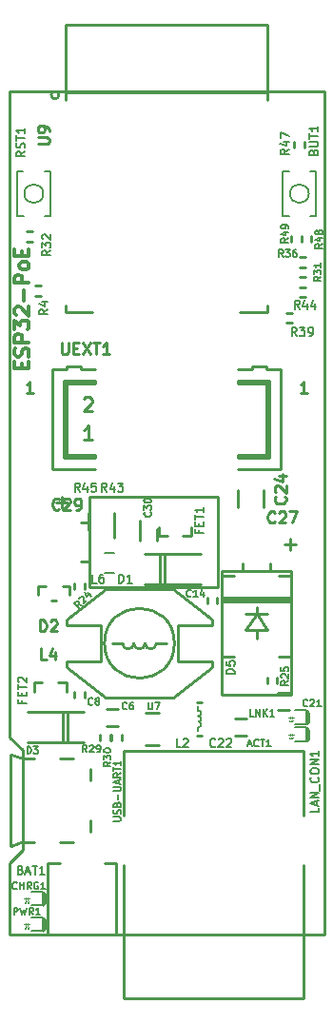
<source format=gbr>
G04 #@! TF.GenerationSoftware,KiCad,Pcbnew,5.1.0-rc1-unknown-9a8afdf~76~ubuntu18.04.1*
G04 #@! TF.CreationDate,2019-02-22T09:22:25+02:00
G04 #@! TF.ProjectId,ESP32-PoE_Rev_C,45535033-322d-4506-9f45-5f5265765f43,C*
G04 #@! TF.SameCoordinates,Original*
G04 #@! TF.FileFunction,Legend,Top*
G04 #@! TF.FilePolarity,Positive*
%FSLAX46Y46*%
G04 Gerber Fmt 4.6, Leading zero omitted, Abs format (unit mm)*
G04 Created by KiCad (PCBNEW 5.1.0-rc1-unknown-9a8afdf~76~ubuntu18.04.1) date 2019-02-22 09:22:25*
%MOMM*%
%LPD*%
G04 APERTURE LIST*
%ADD10C,0.254000*%
%ADD11C,0.304800*%
%ADD12C,0.200000*%
%ADD13C,0.127000*%
%ADD14C,0.100000*%
%ADD15C,0.050000*%
%ADD16C,0.600000*%
%ADD17C,0.190500*%
%ADD18C,0.158750*%
G04 APERTURE END LIST*
D10*
X116622285Y-121998619D02*
X116041714Y-121998619D01*
X116332000Y-121998619D02*
X116332000Y-120982619D01*
X116235238Y-121127761D01*
X116138476Y-121224523D01*
X116041714Y-121272904D01*
X92238285Y-121998619D02*
X91657714Y-121998619D01*
X91948000Y-121998619D02*
X91948000Y-120982619D01*
X91851238Y-121127761D01*
X91754476Y-121224523D01*
X91657714Y-121272904D01*
D11*
X91222285Y-119845666D02*
X91222285Y-119422333D01*
X91887523Y-119240904D02*
X91887523Y-119845666D01*
X90617523Y-119845666D01*
X90617523Y-119240904D01*
X91827047Y-118757095D02*
X91887523Y-118575666D01*
X91887523Y-118273285D01*
X91827047Y-118152333D01*
X91766571Y-118091857D01*
X91645619Y-118031380D01*
X91524666Y-118031380D01*
X91403714Y-118091857D01*
X91343238Y-118152333D01*
X91282761Y-118273285D01*
X91222285Y-118515190D01*
X91161809Y-118636142D01*
X91101333Y-118696619D01*
X90980380Y-118757095D01*
X90859428Y-118757095D01*
X90738476Y-118696619D01*
X90678000Y-118636142D01*
X90617523Y-118515190D01*
X90617523Y-118212809D01*
X90678000Y-118031380D01*
X91887523Y-117487095D02*
X90617523Y-117487095D01*
X90617523Y-117003285D01*
X90678000Y-116882333D01*
X90738476Y-116821857D01*
X90859428Y-116761380D01*
X91040857Y-116761380D01*
X91161809Y-116821857D01*
X91222285Y-116882333D01*
X91282761Y-117003285D01*
X91282761Y-117487095D01*
X90617523Y-116338047D02*
X90617523Y-115551857D01*
X91101333Y-115975190D01*
X91101333Y-115793761D01*
X91161809Y-115672809D01*
X91222285Y-115612333D01*
X91343238Y-115551857D01*
X91645619Y-115551857D01*
X91766571Y-115612333D01*
X91827047Y-115672809D01*
X91887523Y-115793761D01*
X91887523Y-116156619D01*
X91827047Y-116277571D01*
X91766571Y-116338047D01*
X90738476Y-115068047D02*
X90678000Y-115007571D01*
X90617523Y-114886619D01*
X90617523Y-114584238D01*
X90678000Y-114463285D01*
X90738476Y-114402809D01*
X90859428Y-114342333D01*
X90980380Y-114342333D01*
X91161809Y-114402809D01*
X91887523Y-115128523D01*
X91887523Y-114342333D01*
X91403714Y-113798047D02*
X91403714Y-112830428D01*
X91887523Y-112225666D02*
X90617523Y-112225666D01*
X90617523Y-111741857D01*
X90678000Y-111620904D01*
X90738476Y-111560428D01*
X90859428Y-111499952D01*
X91040857Y-111499952D01*
X91161809Y-111560428D01*
X91222285Y-111620904D01*
X91282761Y-111741857D01*
X91282761Y-112225666D01*
X91887523Y-110774238D02*
X91827047Y-110895190D01*
X91766571Y-110955666D01*
X91645619Y-111016142D01*
X91282761Y-111016142D01*
X91161809Y-110955666D01*
X91101333Y-110895190D01*
X91040857Y-110774238D01*
X91040857Y-110592809D01*
X91101333Y-110471857D01*
X91161809Y-110411380D01*
X91282761Y-110350904D01*
X91645619Y-110350904D01*
X91766571Y-110411380D01*
X91827047Y-110471857D01*
X91887523Y-110592809D01*
X91887523Y-110774238D01*
X91222285Y-109806619D02*
X91222285Y-109383285D01*
X91887523Y-109201857D02*
X91887523Y-109806619D01*
X90617523Y-109806619D01*
X90617523Y-109201857D01*
D10*
X90150000Y-163830000D02*
X90150000Y-170150000D01*
X91313000Y-162687000D02*
X90150000Y-163830000D01*
X91313000Y-153797000D02*
X91313000Y-162687000D01*
X90150000Y-152654000D02*
X91313000Y-153797000D01*
X90150000Y-152654000D02*
X90150000Y-95150000D01*
X90150000Y-170150000D02*
X118150000Y-170150000D01*
X90150000Y-95150000D02*
X118150000Y-95150000D01*
X118150000Y-170150000D02*
X118150000Y-95150000D01*
X110891000Y-137882000D02*
X110891000Y-137132000D01*
X113391000Y-137882000D02*
X113391000Y-137132000D01*
X109041000Y-137882000D02*
X115241000Y-137882000D01*
X109041000Y-148882000D02*
X109041000Y-137882000D01*
X115241000Y-148882000D02*
X109041000Y-148882000D01*
X115241000Y-137882000D02*
X115241000Y-148882000D01*
X97242000Y-137005000D02*
X96492000Y-137005000D01*
X97242000Y-133505000D02*
X96492000Y-133505000D01*
X97242000Y-139255000D02*
X97242000Y-131255000D01*
X108742000Y-139255000D02*
X97242000Y-139255000D01*
X108742000Y-131255000D02*
X108742000Y-139255000D01*
X97242000Y-131255000D02*
X108742000Y-131255000D01*
X98653600Y-163842700D02*
X99656900Y-163842700D01*
X93586300Y-163842700D02*
X94640400Y-163842700D01*
X93581220Y-163850320D02*
X93581220Y-170159680D01*
X93581220Y-170159680D02*
X99661980Y-170159680D01*
X99661980Y-170159680D02*
X99661980Y-163842698D01*
X91326000Y-161942000D02*
X91326000Y-154542000D01*
X95826000Y-154542000D02*
X94626000Y-154542000D01*
X97326000Y-156442000D02*
X97326000Y-155442000D01*
X97326000Y-161042000D02*
X97326000Y-160042000D01*
X92326000Y-161942000D02*
X91326000Y-161942000D01*
X90226000Y-162306000D02*
X90226000Y-154178000D01*
X91326000Y-154542000D02*
X92326000Y-154542000D01*
X95826000Y-161942000D02*
X94626000Y-161942000D01*
X90297000Y-162306000D02*
X91313000Y-161925000D01*
X90297000Y-154178000D02*
X91313000Y-154559000D01*
X99327000Y-144272000D02*
X100227000Y-144272000D01*
X103227000Y-144272000D02*
X104127000Y-144272000D01*
X103227000Y-144272000D02*
G75*
G02X102227000Y-144272000I-500000J0D01*
G01*
X101227000Y-144272000D02*
G75*
G02X100227000Y-144272000I-500000J0D01*
G01*
X102227000Y-144272000D02*
G75*
G02X101227000Y-144272000I-500000J0D01*
G01*
X104838270Y-144272000D02*
G75*
G03X104838270Y-144272000I-3111270J0D01*
G01*
X108227000Y-146372000D02*
X104727000Y-149072000D01*
X108227000Y-145872000D02*
X108227000Y-146372000D01*
X105127000Y-145872000D02*
X108227000Y-145872000D01*
X105127000Y-142672000D02*
X105127000Y-145872000D01*
X108227000Y-142672000D02*
X105127000Y-142672000D01*
X108227000Y-142172000D02*
X108227000Y-142672000D01*
X104727000Y-139472000D02*
X108227000Y-142172000D01*
X98727000Y-139472000D02*
X104727000Y-139472000D01*
X95227000Y-142172000D02*
X98727000Y-139472000D01*
X95227000Y-142672000D02*
X95227000Y-142172000D01*
X98327000Y-142672000D02*
X95227000Y-142672000D01*
X98327000Y-145872000D02*
X98327000Y-142672000D01*
X95227000Y-145872000D02*
X98327000Y-145872000D01*
X95227000Y-146372000D02*
X95227000Y-145872000D01*
X98727000Y-149072000D02*
X95227000Y-146372000D01*
X104727000Y-149072000D02*
X98727000Y-149072000D01*
X100331000Y-153846000D02*
X116331000Y-153846000D01*
X116331000Y-153846000D02*
X116331000Y-159616000D01*
X116331000Y-164046000D02*
X116331000Y-175846000D01*
X116331000Y-175846000D02*
X100331000Y-175846000D01*
X100331000Y-175846000D02*
X100331000Y-164046000D01*
X100331000Y-159616000D02*
X100331000Y-153846000D01*
X106861000Y-152503000D02*
X107261000Y-152503000D01*
X106861000Y-149503000D02*
X107261000Y-149503000D01*
D12*
X106961000Y-150753000D02*
G75*
G02X106961000Y-151253000I0J-250000D01*
G01*
X106961000Y-150253000D02*
G75*
G02X106961000Y-150753000I0J-250000D01*
G01*
X106961000Y-151253000D02*
G75*
G02X106961000Y-151753000I0J-250000D01*
G01*
X106911000Y-150253000D02*
X106911000Y-149903000D01*
X106911000Y-151753000D02*
X106911000Y-152103000D01*
D10*
X91948000Y-108521500D02*
X91694000Y-108521500D01*
X91948000Y-108521500D02*
X92202000Y-108521500D01*
X91948000Y-107632500D02*
X92202000Y-107632500D01*
X91948000Y-107632500D02*
X91694000Y-107632500D01*
D13*
X116798738Y-104267000D02*
G75*
G03X116798738Y-104267000I-839738J0D01*
G01*
X116898000Y-106267000D02*
X117456800Y-106267000D01*
X114461200Y-106267000D02*
X115070800Y-106267000D01*
X116898000Y-102267000D02*
X117456800Y-102267000D01*
X114462000Y-102267000D02*
X115020800Y-102267000D01*
X117459000Y-106267000D02*
X117459000Y-102267000D01*
X114459000Y-106267000D02*
X114459000Y-102267000D01*
X93160738Y-104267000D02*
G75*
G03X93160738Y-104267000I-839738J0D01*
G01*
X93260000Y-106267000D02*
X93818800Y-106267000D01*
X90823200Y-106267000D02*
X91432800Y-106267000D01*
X93260000Y-102267000D02*
X93818800Y-102267000D01*
X90824000Y-102267000D02*
X91382800Y-102267000D01*
X93821000Y-106267000D02*
X93821000Y-102267000D01*
X90821000Y-106267000D02*
X90821000Y-102267000D01*
D10*
X97790000Y-121158000D02*
X97790000Y-120904000D01*
X97790000Y-127762000D02*
X97790000Y-127508000D01*
X110490000Y-127762000D02*
X110490000Y-127508000D01*
X110490000Y-121158000D02*
X110490000Y-120904000D01*
X97790000Y-128778000D02*
X93980000Y-128778000D01*
X94996000Y-127762000D02*
X97790000Y-127762000D01*
X94996000Y-120904000D02*
X94996000Y-127762000D01*
X97790000Y-120904000D02*
X94996000Y-120904000D01*
X113284000Y-120904000D02*
X110490000Y-120904000D01*
X113284000Y-127762000D02*
X113284000Y-120904000D01*
X110490000Y-127762000D02*
X113284000Y-127762000D01*
X96520000Y-119888000D02*
X97790000Y-119888000D01*
X96520000Y-119634000D02*
X96520000Y-119888000D01*
X95250000Y-119634000D02*
X95250000Y-119888000D01*
X96520000Y-119634000D02*
X95250000Y-119634000D01*
X110490000Y-119888000D02*
X111760000Y-119888000D01*
X113030000Y-119888000D02*
X114300000Y-119888000D01*
X111760000Y-119888000D02*
X111760000Y-119634000D01*
X113030000Y-119634000D02*
X111760000Y-119634000D01*
X113030000Y-119888000D02*
X113030000Y-119634000D01*
X97790000Y-127508000D02*
X95250000Y-127508000D01*
X113030000Y-127508000D02*
X110490000Y-127508000D01*
X93980000Y-119888000D02*
X93980000Y-128778000D01*
X114300000Y-128778000D02*
X114300000Y-119888000D01*
X114300000Y-128778000D02*
X110490000Y-128778000D01*
X93980000Y-119888000D02*
X95250000Y-119888000D01*
X95250000Y-121158000D02*
X95250000Y-127508000D01*
X113030000Y-127508000D02*
X113030000Y-121158000D01*
X110490000Y-121158000D02*
X113030000Y-121158000D01*
X95250000Y-121158000D02*
X97790000Y-121158000D01*
X95504000Y-121031000D02*
X95123000Y-121031000D01*
X95504000Y-127635000D02*
X95123000Y-127635000D01*
X112903000Y-127635000D02*
X113157000Y-127635000D01*
X112776000Y-121031000D02*
X113284000Y-121031000D01*
X95140000Y-89285000D02*
X95140000Y-95905000D01*
X113140000Y-114785000D02*
X113140000Y-114245000D01*
X113140000Y-114785000D02*
X110650000Y-114785000D01*
X95140000Y-114785000D02*
X97510000Y-114785000D01*
X95140000Y-114785000D02*
X95140000Y-114195000D01*
X113140000Y-89285000D02*
X113140000Y-95905000D01*
X94549411Y-95505000D02*
G75*
G03X94549411Y-95505000I-339411J0D01*
G01*
X95140000Y-95285000D02*
X113140000Y-95285000D01*
X95140000Y-89285000D02*
X113140000Y-89285000D01*
X93903800Y-140487400D02*
X94310200Y-140487400D01*
X95529400Y-139166600D02*
X95529400Y-139954000D01*
X94869000Y-139166600D02*
X95529400Y-139166600D01*
X92684600Y-139166600D02*
X93345000Y-139166600D01*
X92684600Y-139954000D02*
X92684600Y-139166600D01*
X117030500Y-108331000D02*
X117030500Y-108585000D01*
X117030500Y-108331000D02*
X117030500Y-108077000D01*
X116141500Y-108331000D02*
X116141500Y-108077000D01*
X116141500Y-108331000D02*
X116141500Y-108585000D01*
X115252500Y-108331000D02*
X115252500Y-108077000D01*
X115252500Y-108331000D02*
X115252500Y-108585000D01*
X116141500Y-108331000D02*
X116141500Y-108585000D01*
X116141500Y-108331000D02*
X116141500Y-108077000D01*
X116395500Y-99949000D02*
X116395500Y-100203000D01*
X116395500Y-99949000D02*
X116395500Y-99695000D01*
X115506500Y-99949000D02*
X115506500Y-99695000D01*
X115506500Y-99949000D02*
X115506500Y-100203000D01*
X103479600Y-134747000D02*
X104190800Y-134747000D01*
X103479600Y-133908800D02*
X103479600Y-134747000D01*
X106324400Y-133908800D02*
X106324400Y-134747000D01*
X105613200Y-134747000D02*
X106324400Y-134747000D01*
X95211900Y-147736560D02*
X94500700Y-147736560D01*
X95211900Y-148574760D02*
X95211900Y-147736560D01*
X92367100Y-148574760D02*
X92367100Y-147736560D01*
X93078300Y-147736560D02*
X92367100Y-147736560D01*
D13*
X93091000Y-167589200D02*
X92075000Y-167589200D01*
X92075000Y-166370000D02*
X93091000Y-166370000D01*
D14*
X91434000Y-167005000D02*
X91954000Y-167005000D01*
X91604000Y-166895000D02*
X91604000Y-167115000D01*
X91604000Y-166895000D02*
X91714000Y-166995000D01*
X91604000Y-167115000D02*
X91704000Y-167015000D01*
X91794000Y-166895000D02*
X91794000Y-167115000D01*
D15*
X91871800Y-167250600D02*
X91741800Y-167360600D01*
X91740200Y-167359600D02*
X91820200Y-167349600D01*
X91740200Y-167359600D02*
X91740200Y-167279600D01*
X91524800Y-167359600D02*
X91524800Y-167279600D01*
X91524800Y-167359600D02*
X91604800Y-167349600D01*
X91664800Y-167229600D02*
X91534800Y-167339600D01*
D10*
X93103700Y-166433500D02*
X93256100Y-166560500D01*
X93103700Y-167525700D02*
X93243400Y-167398700D01*
X93256100Y-166560500D02*
X93256100Y-167386000D01*
X93091000Y-167487600D02*
X93091000Y-166446200D01*
X115062000Y-150241000D02*
X114046000Y-150241000D01*
X115062000Y-148717000D02*
X114046000Y-148717000D01*
X110236000Y-151003000D02*
X111252000Y-151003000D01*
X110236000Y-152527000D02*
X111252000Y-152527000D01*
D13*
X93091000Y-169875200D02*
X92075000Y-169875200D01*
X92075000Y-168656000D02*
X93091000Y-168656000D01*
D14*
X91434000Y-169291000D02*
X91954000Y-169291000D01*
X91604000Y-169181000D02*
X91604000Y-169401000D01*
X91604000Y-169181000D02*
X91714000Y-169281000D01*
X91604000Y-169401000D02*
X91704000Y-169301000D01*
X91794000Y-169181000D02*
X91794000Y-169401000D01*
D15*
X91871800Y-169536600D02*
X91741800Y-169646600D01*
X91740200Y-169645600D02*
X91820200Y-169635600D01*
X91740200Y-169645600D02*
X91740200Y-169565600D01*
X91524800Y-169645600D02*
X91524800Y-169565600D01*
X91524800Y-169645600D02*
X91604800Y-169635600D01*
X91664800Y-169515600D02*
X91534800Y-169625600D01*
D10*
X93103700Y-168719500D02*
X93256100Y-168846500D01*
X93103700Y-169811700D02*
X93243400Y-169684700D01*
X93256100Y-168846500D02*
X93256100Y-169672000D01*
X93091000Y-169773600D02*
X93091000Y-168732200D01*
D13*
X98628200Y-136271000D02*
X99466400Y-136271000D01*
X98628200Y-138049000D02*
X99466400Y-138049000D01*
D10*
X110490000Y-130683000D02*
X110490000Y-132207000D01*
X112776000Y-130683000D02*
X112776000Y-132207000D01*
X103958000Y-136318000D02*
X103958000Y-139018000D01*
X107148000Y-136318000D02*
X102148000Y-136318000D01*
X103518000Y-136318000D02*
X103518000Y-139018000D01*
X102148000Y-139018000D02*
X107148000Y-139018000D01*
X94924000Y-153115000D02*
X94924000Y-150415000D01*
X91734000Y-153115000D02*
X96734000Y-153115000D01*
X95364000Y-153115000D02*
X95364000Y-150415000D01*
X96734000Y-150415000D02*
X91734000Y-150415000D01*
X112141000Y-143059000D02*
X112141000Y-143859000D01*
X112141000Y-141659000D02*
X112141000Y-141059000D01*
X109041000Y-145459000D02*
X110141000Y-145459000D01*
X115241000Y-145459000D02*
X114141000Y-145459000D01*
X109041000Y-138259000D02*
X110141000Y-138259000D01*
X115241000Y-138259000D02*
X114141000Y-138259000D01*
X111141000Y-141659000D02*
X113141000Y-141659000D01*
X111141000Y-143059000D02*
X112141000Y-141659000D01*
X113141000Y-143059000D02*
X112141000Y-141659000D01*
X111141000Y-143059000D02*
X113141000Y-143059000D01*
X109041000Y-145459000D02*
X109041000Y-138259000D01*
X115241000Y-138259000D02*
X115241000Y-145459000D01*
D16*
X115041000Y-140359000D02*
X109241000Y-140359000D01*
D10*
X102311200Y-150495000D02*
X103441500Y-150495000D01*
X102311200Y-153301700D02*
X103441500Y-153301700D01*
X99822000Y-151638000D02*
X98806000Y-151638000D01*
X99822000Y-150114000D02*
X98806000Y-150114000D01*
X96837500Y-148844000D02*
X96837500Y-149098000D01*
X96837500Y-148844000D02*
X96837500Y-148590000D01*
X95948500Y-148844000D02*
X95948500Y-148590000D01*
X95948500Y-148844000D02*
X95948500Y-149098000D01*
X95948500Y-139192000D02*
X95948500Y-138938000D01*
X95948500Y-139192000D02*
X95948500Y-139446000D01*
X96837500Y-139192000D02*
X96837500Y-139446000D01*
X96837500Y-139192000D02*
X96837500Y-138938000D01*
X113982500Y-147574000D02*
X113982500Y-147828000D01*
X113982500Y-147574000D02*
X113982500Y-147320000D01*
X113093500Y-147574000D02*
X113093500Y-147320000D01*
X113093500Y-147574000D02*
X113093500Y-147828000D01*
X99123500Y-152654000D02*
X99123500Y-152908000D01*
X99123500Y-152654000D02*
X99123500Y-152400000D01*
X98234500Y-152654000D02*
X98234500Y-152400000D01*
X98234500Y-152654000D02*
X98234500Y-152908000D01*
X100139500Y-152654000D02*
X100139500Y-152908000D01*
X100139500Y-152654000D02*
X100139500Y-152400000D01*
X99250500Y-152654000D02*
X99250500Y-152400000D01*
X99250500Y-152654000D02*
X99250500Y-152908000D01*
X116205000Y-110807500D02*
X116459000Y-110807500D01*
X116205000Y-110807500D02*
X115951000Y-110807500D01*
X116205000Y-111696500D02*
X115951000Y-111696500D01*
X116205000Y-111696500D02*
X116459000Y-111696500D01*
X116205000Y-109918500D02*
X116459000Y-109918500D01*
X116205000Y-109918500D02*
X115951000Y-109918500D01*
X116205000Y-110807500D02*
X115951000Y-110807500D01*
X116205000Y-110807500D02*
X116459000Y-110807500D01*
X115062000Y-114871500D02*
X115316000Y-114871500D01*
X115062000Y-114871500D02*
X114808000Y-114871500D01*
X115062000Y-115760500D02*
X114808000Y-115760500D01*
X115062000Y-115760500D02*
X115316000Y-115760500D01*
X116205000Y-113474500D02*
X115951000Y-113474500D01*
X116205000Y-113474500D02*
X116459000Y-113474500D01*
X116205000Y-112585500D02*
X116459000Y-112585500D01*
X116205000Y-112585500D02*
X115951000Y-112585500D01*
X108648500Y-140462000D02*
X108648500Y-140716000D01*
X108648500Y-140462000D02*
X108648500Y-140208000D01*
X107759500Y-140462000D02*
X107759500Y-140208000D01*
X107759500Y-140462000D02*
X107759500Y-140716000D01*
X101727000Y-134874000D02*
X101727000Y-133350000D01*
X99441000Y-134874000D02*
X99441000Y-133350000D01*
X99441000Y-134239000D02*
X99441000Y-132715000D01*
X97155000Y-134239000D02*
X97155000Y-132715000D01*
X103251000Y-134112000D02*
X103251000Y-135128000D01*
X101727000Y-134112000D02*
X101727000Y-135128000D01*
D13*
X116586000Y-152984200D02*
X115570000Y-152984200D01*
X115570000Y-151765000D02*
X116586000Y-151765000D01*
D14*
X114929000Y-152400000D02*
X115449000Y-152400000D01*
X115099000Y-152290000D02*
X115099000Y-152510000D01*
X115099000Y-152290000D02*
X115209000Y-152390000D01*
X115099000Y-152510000D02*
X115199000Y-152410000D01*
X115289000Y-152290000D02*
X115289000Y-152510000D01*
D15*
X115366800Y-152645600D02*
X115236800Y-152755600D01*
X115235200Y-152754600D02*
X115315200Y-152744600D01*
X115235200Y-152754600D02*
X115235200Y-152674600D01*
X115019800Y-152754600D02*
X115019800Y-152674600D01*
X115019800Y-152754600D02*
X115099800Y-152744600D01*
X115159800Y-152624600D02*
X115029800Y-152734600D01*
D10*
X116598700Y-151828500D02*
X116751100Y-151955500D01*
X116598700Y-152920700D02*
X116738400Y-152793700D01*
X116751100Y-151955500D02*
X116751100Y-152781000D01*
X116586000Y-152882600D02*
X116586000Y-151841200D01*
D13*
X116586000Y-151460200D02*
X115570000Y-151460200D01*
X115570000Y-150241000D02*
X116586000Y-150241000D01*
D14*
X114929000Y-150876000D02*
X115449000Y-150876000D01*
X115099000Y-150766000D02*
X115099000Y-150986000D01*
X115099000Y-150766000D02*
X115209000Y-150866000D01*
X115099000Y-150986000D02*
X115199000Y-150886000D01*
X115289000Y-150766000D02*
X115289000Y-150986000D01*
D15*
X115366800Y-151121600D02*
X115236800Y-151231600D01*
X115235200Y-151230600D02*
X115315200Y-151220600D01*
X115235200Y-151230600D02*
X115235200Y-151150600D01*
X115019800Y-151230600D02*
X115019800Y-151150600D01*
X115019800Y-151230600D02*
X115099800Y-151220600D01*
X115159800Y-151100600D02*
X115029800Y-151210600D01*
D10*
X116598700Y-150304500D02*
X116751100Y-150431500D01*
X116598700Y-151396700D02*
X116738400Y-151269700D01*
X116751100Y-150431500D02*
X116751100Y-151257000D01*
X116586000Y-151358600D02*
X116586000Y-150317200D01*
X92710000Y-113347500D02*
X92456000Y-113347500D01*
X92710000Y-113347500D02*
X92964000Y-113347500D01*
X92710000Y-112458500D02*
X92964000Y-112458500D01*
X92710000Y-112458500D02*
X92456000Y-112458500D01*
X113773857Y-133458857D02*
X113725476Y-133507238D01*
X113580333Y-133555619D01*
X113483571Y-133555619D01*
X113338428Y-133507238D01*
X113241666Y-133410476D01*
X113193285Y-133313714D01*
X113144904Y-133120190D01*
X113144904Y-132975047D01*
X113193285Y-132781523D01*
X113241666Y-132684761D01*
X113338428Y-132588000D01*
X113483571Y-132539619D01*
X113580333Y-132539619D01*
X113725476Y-132588000D01*
X113773857Y-132636380D01*
X114160904Y-132636380D02*
X114209285Y-132588000D01*
X114306047Y-132539619D01*
X114547952Y-132539619D01*
X114644714Y-132588000D01*
X114693095Y-132636380D01*
X114741476Y-132733142D01*
X114741476Y-132829904D01*
X114693095Y-132975047D01*
X114112523Y-133555619D01*
X114741476Y-133555619D01*
X115080142Y-132539619D02*
X115757476Y-132539619D01*
X115322047Y-133555619D01*
X114657190Y-135472714D02*
X115624809Y-135472714D01*
X115141000Y-135956523D02*
X115141000Y-134988904D01*
X114657190Y-135472714D02*
X115624809Y-135472714D01*
X115141000Y-135956523D02*
X115141000Y-134988904D01*
X94596857Y-132315857D02*
X94548476Y-132364238D01*
X94403333Y-132412619D01*
X94306571Y-132412619D01*
X94161428Y-132364238D01*
X94064666Y-132267476D01*
X94016285Y-132170714D01*
X93967904Y-131977190D01*
X93967904Y-131832047D01*
X94016285Y-131638523D01*
X94064666Y-131541761D01*
X94161428Y-131445000D01*
X94306571Y-131396619D01*
X94403333Y-131396619D01*
X94548476Y-131445000D01*
X94596857Y-131493380D01*
X94983904Y-131493380D02*
X95032285Y-131445000D01*
X95129047Y-131396619D01*
X95370952Y-131396619D01*
X95467714Y-131445000D01*
X95516095Y-131493380D01*
X95564476Y-131590142D01*
X95564476Y-131686904D01*
X95516095Y-131832047D01*
X94935523Y-132412619D01*
X95564476Y-132412619D01*
X96048285Y-132412619D02*
X96241809Y-132412619D01*
X96338571Y-132364238D01*
X96386952Y-132315857D01*
X96483714Y-132170714D01*
X96532095Y-131977190D01*
X96532095Y-131590142D01*
X96483714Y-131493380D01*
X96435333Y-131445000D01*
X96338571Y-131396619D01*
X96145047Y-131396619D01*
X96048285Y-131445000D01*
X95999904Y-131493380D01*
X95951523Y-131590142D01*
X95951523Y-131832047D01*
X95999904Y-131928809D01*
X96048285Y-131977190D01*
X96145047Y-132025571D01*
X96338571Y-132025571D01*
X96435333Y-131977190D01*
X96483714Y-131928809D01*
X96532095Y-131832047D01*
X94832714Y-132238809D02*
X94832714Y-131271190D01*
X95316523Y-131755000D02*
X94348904Y-131755000D01*
X94832714Y-132238809D02*
X94832714Y-131271190D01*
X95316523Y-131755000D02*
X94348904Y-131755000D01*
D17*
X91149714Y-164410571D02*
X91258571Y-164446857D01*
X91294857Y-164483142D01*
X91331142Y-164555714D01*
X91331142Y-164664571D01*
X91294857Y-164737142D01*
X91258571Y-164773428D01*
X91186000Y-164809714D01*
X90895714Y-164809714D01*
X90895714Y-164047714D01*
X91149714Y-164047714D01*
X91222285Y-164084000D01*
X91258571Y-164120285D01*
X91294857Y-164192857D01*
X91294857Y-164265428D01*
X91258571Y-164338000D01*
X91222285Y-164374285D01*
X91149714Y-164410571D01*
X90895714Y-164410571D01*
X91621428Y-164592000D02*
X91984285Y-164592000D01*
X91548857Y-164809714D02*
X91802857Y-164047714D01*
X92056857Y-164809714D01*
X92202000Y-164047714D02*
X92637428Y-164047714D01*
X92419714Y-164809714D02*
X92419714Y-164047714D01*
X93290571Y-164809714D02*
X92855142Y-164809714D01*
X93072857Y-164809714D02*
X93072857Y-164047714D01*
X93000285Y-164156571D01*
X92927714Y-164229142D01*
X92855142Y-164265428D01*
D18*
X99423461Y-160090152D02*
X99937509Y-160090152D01*
X99997985Y-160059914D01*
X100028223Y-160029676D01*
X100058461Y-159969200D01*
X100058461Y-159848247D01*
X100028223Y-159787771D01*
X99997985Y-159757533D01*
X99937509Y-159727295D01*
X99423461Y-159727295D01*
X100028223Y-159455152D02*
X100058461Y-159364438D01*
X100058461Y-159213247D01*
X100028223Y-159152771D01*
X99997985Y-159122533D01*
X99937509Y-159092295D01*
X99877033Y-159092295D01*
X99816557Y-159122533D01*
X99786319Y-159152771D01*
X99756080Y-159213247D01*
X99725842Y-159334200D01*
X99695604Y-159394676D01*
X99665366Y-159424914D01*
X99604890Y-159455152D01*
X99544414Y-159455152D01*
X99483938Y-159424914D01*
X99453700Y-159394676D01*
X99423461Y-159334200D01*
X99423461Y-159183009D01*
X99453700Y-159092295D01*
X99725842Y-158608485D02*
X99756080Y-158517771D01*
X99786319Y-158487533D01*
X99846795Y-158457295D01*
X99937509Y-158457295D01*
X99997985Y-158487533D01*
X100028223Y-158517771D01*
X100058461Y-158578247D01*
X100058461Y-158820152D01*
X99423461Y-158820152D01*
X99423461Y-158608485D01*
X99453700Y-158548009D01*
X99483938Y-158517771D01*
X99544414Y-158487533D01*
X99604890Y-158487533D01*
X99665366Y-158517771D01*
X99695604Y-158548009D01*
X99725842Y-158608485D01*
X99725842Y-158820152D01*
X99816557Y-158185152D02*
X99816557Y-157701342D01*
X99423461Y-157398961D02*
X99937509Y-157398961D01*
X99997985Y-157368723D01*
X100028223Y-157338485D01*
X100058461Y-157278009D01*
X100058461Y-157157057D01*
X100028223Y-157096580D01*
X99997985Y-157066342D01*
X99937509Y-157036104D01*
X99423461Y-157036104D01*
X99877033Y-156763961D02*
X99877033Y-156461580D01*
X100058461Y-156824438D02*
X99423461Y-156612771D01*
X100058461Y-156401104D01*
X100058461Y-155826580D02*
X99756080Y-156038247D01*
X100058461Y-156189438D02*
X99423461Y-156189438D01*
X99423461Y-155947533D01*
X99453700Y-155887057D01*
X99483938Y-155856819D01*
X99544414Y-155826580D01*
X99635128Y-155826580D01*
X99695604Y-155856819D01*
X99725842Y-155887057D01*
X99756080Y-155947533D01*
X99756080Y-156189438D01*
X99423461Y-155645152D02*
X99423461Y-155282295D01*
X100058461Y-155463723D02*
X99423461Y-155463723D01*
X100058461Y-154738009D02*
X100058461Y-155100866D01*
X100058461Y-154919438D02*
X99423461Y-154919438D01*
X99514176Y-154979914D01*
X99574652Y-155040390D01*
X99604890Y-155100866D01*
D10*
X93429666Y-145747619D02*
X92945857Y-145747619D01*
X92945857Y-144731619D01*
X94203761Y-145070285D02*
X94203761Y-145747619D01*
X93961857Y-144683238D02*
X93719952Y-145408952D01*
X94348904Y-145408952D01*
D17*
X117692714Y-158913285D02*
X117692714Y-159276142D01*
X116930714Y-159276142D01*
X117475000Y-158695571D02*
X117475000Y-158332714D01*
X117692714Y-158768142D02*
X116930714Y-158514142D01*
X117692714Y-158260142D01*
X117692714Y-158006142D02*
X116930714Y-158006142D01*
X117692714Y-157570714D01*
X116930714Y-157570714D01*
X117765285Y-157389285D02*
X117765285Y-156808714D01*
X117620142Y-156191857D02*
X117656428Y-156228142D01*
X117692714Y-156337000D01*
X117692714Y-156409571D01*
X117656428Y-156518428D01*
X117583857Y-156591000D01*
X117511285Y-156627285D01*
X117366142Y-156663571D01*
X117257285Y-156663571D01*
X117112142Y-156627285D01*
X117039571Y-156591000D01*
X116967000Y-156518428D01*
X116930714Y-156409571D01*
X116930714Y-156337000D01*
X116967000Y-156228142D01*
X117003285Y-156191857D01*
X116930714Y-155720142D02*
X116930714Y-155575000D01*
X116967000Y-155502428D01*
X117039571Y-155429857D01*
X117184714Y-155393571D01*
X117438714Y-155393571D01*
X117583857Y-155429857D01*
X117656428Y-155502428D01*
X117692714Y-155575000D01*
X117692714Y-155720142D01*
X117656428Y-155792714D01*
X117583857Y-155865285D01*
X117438714Y-155901571D01*
X117184714Y-155901571D01*
X117039571Y-155865285D01*
X116967000Y-155792714D01*
X116930714Y-155720142D01*
X117692714Y-155067000D02*
X116930714Y-155067000D01*
X117692714Y-154631571D01*
X116930714Y-154631571D01*
X117692714Y-153869571D02*
X117692714Y-154305000D01*
X117692714Y-154087285D02*
X116930714Y-154087285D01*
X117039571Y-154159857D01*
X117112142Y-154232428D01*
X117148428Y-154305000D01*
X105410000Y-153506714D02*
X105047142Y-153506714D01*
X105047142Y-152744714D01*
X105627714Y-152817285D02*
X105664000Y-152781000D01*
X105736571Y-152744714D01*
X105918000Y-152744714D01*
X105990571Y-152781000D01*
X106026857Y-152817285D01*
X106063142Y-152889857D01*
X106063142Y-152962428D01*
X106026857Y-153071285D01*
X105591428Y-153506714D01*
X106063142Y-153506714D01*
X93816714Y-109328857D02*
X93453857Y-109582857D01*
X93816714Y-109764285D02*
X93054714Y-109764285D01*
X93054714Y-109474000D01*
X93091000Y-109401428D01*
X93127285Y-109365142D01*
X93199857Y-109328857D01*
X93308714Y-109328857D01*
X93381285Y-109365142D01*
X93417571Y-109401428D01*
X93453857Y-109474000D01*
X93453857Y-109764285D01*
X93054714Y-109074857D02*
X93054714Y-108603142D01*
X93345000Y-108857142D01*
X93345000Y-108748285D01*
X93381285Y-108675714D01*
X93417571Y-108639428D01*
X93490142Y-108603142D01*
X93671571Y-108603142D01*
X93744142Y-108639428D01*
X93780428Y-108675714D01*
X93816714Y-108748285D01*
X93816714Y-108966000D01*
X93780428Y-109038571D01*
X93744142Y-109074857D01*
X93127285Y-108312857D02*
X93091000Y-108276571D01*
X93054714Y-108204000D01*
X93054714Y-108022571D01*
X93091000Y-107950000D01*
X93127285Y-107913714D01*
X93199857Y-107877428D01*
X93272428Y-107877428D01*
X93381285Y-107913714D01*
X93816714Y-108349142D01*
X93816714Y-107877428D01*
X117230071Y-100565857D02*
X117266357Y-100457000D01*
X117302642Y-100420714D01*
X117375214Y-100384428D01*
X117484071Y-100384428D01*
X117556642Y-100420714D01*
X117592928Y-100457000D01*
X117629214Y-100529571D01*
X117629214Y-100819857D01*
X116867214Y-100819857D01*
X116867214Y-100565857D01*
X116903500Y-100493285D01*
X116939785Y-100457000D01*
X117012357Y-100420714D01*
X117084928Y-100420714D01*
X117157500Y-100457000D01*
X117193785Y-100493285D01*
X117230071Y-100565857D01*
X117230071Y-100819857D01*
X116867214Y-100057857D02*
X117484071Y-100057857D01*
X117556642Y-100021571D01*
X117592928Y-99985285D01*
X117629214Y-99912714D01*
X117629214Y-99767571D01*
X117592928Y-99695000D01*
X117556642Y-99658714D01*
X117484071Y-99622428D01*
X116867214Y-99622428D01*
X116867214Y-99368428D02*
X116867214Y-98933000D01*
X117629214Y-99150714D02*
X116867214Y-99150714D01*
X117629214Y-98279857D02*
X117629214Y-98715285D01*
X117629214Y-98497571D02*
X116867214Y-98497571D01*
X116976071Y-98570142D01*
X117048642Y-98642714D01*
X117084928Y-98715285D01*
X91530714Y-100475142D02*
X91167857Y-100729142D01*
X91530714Y-100910571D02*
X90768714Y-100910571D01*
X90768714Y-100620285D01*
X90805000Y-100547714D01*
X90841285Y-100511428D01*
X90913857Y-100475142D01*
X91022714Y-100475142D01*
X91095285Y-100511428D01*
X91131571Y-100547714D01*
X91167857Y-100620285D01*
X91167857Y-100910571D01*
X91494428Y-100184857D02*
X91530714Y-100076000D01*
X91530714Y-99894571D01*
X91494428Y-99822000D01*
X91458142Y-99785714D01*
X91385571Y-99749428D01*
X91313000Y-99749428D01*
X91240428Y-99785714D01*
X91204142Y-99822000D01*
X91167857Y-99894571D01*
X91131571Y-100039714D01*
X91095285Y-100112285D01*
X91059000Y-100148571D01*
X90986428Y-100184857D01*
X90913857Y-100184857D01*
X90841285Y-100148571D01*
X90805000Y-100112285D01*
X90768714Y-100039714D01*
X90768714Y-99858285D01*
X90805000Y-99749428D01*
X90768714Y-99531714D02*
X90768714Y-99096285D01*
X91530714Y-99314000D02*
X90768714Y-99314000D01*
X91530714Y-98443142D02*
X91530714Y-98878571D01*
X91530714Y-98660857D02*
X90768714Y-98660857D01*
X90877571Y-98733428D01*
X90950142Y-98806000D01*
X90986428Y-98878571D01*
D10*
X94796428Y-117553619D02*
X94796428Y-118376095D01*
X94844809Y-118472857D01*
X94893190Y-118521238D01*
X94989952Y-118569619D01*
X95183476Y-118569619D01*
X95280238Y-118521238D01*
X95328619Y-118472857D01*
X95377000Y-118376095D01*
X95377000Y-117553619D01*
X95860809Y-118037428D02*
X96199476Y-118037428D01*
X96344619Y-118569619D02*
X95860809Y-118569619D01*
X95860809Y-117553619D01*
X96344619Y-117553619D01*
X96683285Y-117553619D02*
X97360619Y-118569619D01*
X97360619Y-117553619D02*
X96683285Y-118569619D01*
X97602523Y-117553619D02*
X98183095Y-117553619D01*
X97892809Y-118569619D02*
X97892809Y-117553619D01*
X99053952Y-118569619D02*
X98473380Y-118569619D01*
X98763666Y-118569619D02*
X98763666Y-117553619D01*
X98666904Y-117698761D01*
X98570142Y-117795523D01*
X98473380Y-117843904D01*
X96792142Y-122488476D02*
X96852619Y-122428000D01*
X96973571Y-122367523D01*
X97275952Y-122367523D01*
X97396904Y-122428000D01*
X97457380Y-122488476D01*
X97517857Y-122609428D01*
X97517857Y-122730380D01*
X97457380Y-122911809D01*
X96731666Y-123637523D01*
X97517857Y-123637523D01*
X97517857Y-126177523D02*
X96792142Y-126177523D01*
X97155000Y-126177523D02*
X97155000Y-124907523D01*
X97034047Y-125088952D01*
X96913095Y-125209904D01*
X96792142Y-125270380D01*
X92661619Y-99834095D02*
X93484095Y-99834095D01*
X93580857Y-99785714D01*
X93629238Y-99737333D01*
X93677619Y-99640571D01*
X93677619Y-99447047D01*
X93629238Y-99350285D01*
X93580857Y-99301904D01*
X93484095Y-99253523D01*
X92661619Y-99253523D01*
X93677619Y-98721333D02*
X93677619Y-98527809D01*
X93629238Y-98431047D01*
X93580857Y-98382666D01*
X93435714Y-98285904D01*
X93242190Y-98237523D01*
X92855142Y-98237523D01*
X92758380Y-98285904D01*
X92710000Y-98334285D01*
X92661619Y-98431047D01*
X92661619Y-98624571D01*
X92710000Y-98721333D01*
X92758380Y-98769714D01*
X92855142Y-98818095D01*
X93097047Y-98818095D01*
X93193809Y-98769714D01*
X93242190Y-98721333D01*
X93290571Y-98624571D01*
X93290571Y-98431047D01*
X93242190Y-98334285D01*
X93193809Y-98285904D01*
X93097047Y-98237523D01*
X92849095Y-143207619D02*
X92849095Y-142191619D01*
X93091000Y-142191619D01*
X93236142Y-142240000D01*
X93332904Y-142336761D01*
X93381285Y-142433523D01*
X93429666Y-142627047D01*
X93429666Y-142772190D01*
X93381285Y-142965714D01*
X93332904Y-143062476D01*
X93236142Y-143159238D01*
X93091000Y-143207619D01*
X92849095Y-143207619D01*
X93816714Y-142288380D02*
X93865095Y-142240000D01*
X93961857Y-142191619D01*
X94203761Y-142191619D01*
X94300523Y-142240000D01*
X94348904Y-142288380D01*
X94397285Y-142385142D01*
X94397285Y-142481904D01*
X94348904Y-142627047D01*
X93768333Y-143207619D01*
X94397285Y-143207619D01*
D18*
X118016261Y-108739214D02*
X117713880Y-108950880D01*
X118016261Y-109102071D02*
X117381261Y-109102071D01*
X117381261Y-108860166D01*
X117411500Y-108799690D01*
X117441738Y-108769452D01*
X117502214Y-108739214D01*
X117592928Y-108739214D01*
X117653404Y-108769452D01*
X117683642Y-108799690D01*
X117713880Y-108860166D01*
X117713880Y-109102071D01*
X117592928Y-108194928D02*
X118016261Y-108194928D01*
X117351023Y-108346119D02*
X117804595Y-108497309D01*
X117804595Y-108104214D01*
X117653404Y-107771595D02*
X117623166Y-107832071D01*
X117592928Y-107862309D01*
X117532452Y-107892547D01*
X117502214Y-107892547D01*
X117441738Y-107862309D01*
X117411500Y-107832071D01*
X117381261Y-107771595D01*
X117381261Y-107650642D01*
X117411500Y-107590166D01*
X117441738Y-107559928D01*
X117502214Y-107529690D01*
X117532452Y-107529690D01*
X117592928Y-107559928D01*
X117623166Y-107590166D01*
X117653404Y-107650642D01*
X117653404Y-107771595D01*
X117683642Y-107832071D01*
X117713880Y-107862309D01*
X117774357Y-107892547D01*
X117895309Y-107892547D01*
X117955785Y-107862309D01*
X117986023Y-107832071D01*
X118016261Y-107771595D01*
X118016261Y-107650642D01*
X117986023Y-107590166D01*
X117955785Y-107559928D01*
X117895309Y-107529690D01*
X117774357Y-107529690D01*
X117713880Y-107559928D01*
X117683642Y-107590166D01*
X117653404Y-107650642D01*
X114968261Y-108231214D02*
X114665880Y-108442880D01*
X114968261Y-108594071D02*
X114333261Y-108594071D01*
X114333261Y-108352166D01*
X114363500Y-108291690D01*
X114393738Y-108261452D01*
X114454214Y-108231214D01*
X114544928Y-108231214D01*
X114605404Y-108261452D01*
X114635642Y-108291690D01*
X114665880Y-108352166D01*
X114665880Y-108594071D01*
X114544928Y-107686928D02*
X114968261Y-107686928D01*
X114303023Y-107838119D02*
X114756595Y-107989309D01*
X114756595Y-107596214D01*
X114968261Y-107324071D02*
X114968261Y-107203119D01*
X114938023Y-107142642D01*
X114907785Y-107112404D01*
X114817071Y-107051928D01*
X114696119Y-107021690D01*
X114454214Y-107021690D01*
X114393738Y-107051928D01*
X114363500Y-107082166D01*
X114333261Y-107142642D01*
X114333261Y-107263595D01*
X114363500Y-107324071D01*
X114393738Y-107354309D01*
X114454214Y-107384547D01*
X114605404Y-107384547D01*
X114665880Y-107354309D01*
X114696119Y-107324071D01*
X114726357Y-107263595D01*
X114726357Y-107142642D01*
X114696119Y-107082166D01*
X114665880Y-107051928D01*
X114605404Y-107021690D01*
D17*
X115025714Y-100311857D02*
X114662857Y-100565857D01*
X115025714Y-100747285D02*
X114263714Y-100747285D01*
X114263714Y-100457000D01*
X114300000Y-100384428D01*
X114336285Y-100348142D01*
X114408857Y-100311857D01*
X114517714Y-100311857D01*
X114590285Y-100348142D01*
X114626571Y-100384428D01*
X114662857Y-100457000D01*
X114662857Y-100747285D01*
X114517714Y-99658714D02*
X115025714Y-99658714D01*
X114227428Y-99840142D02*
X114771714Y-100021571D01*
X114771714Y-99549857D01*
X114263714Y-99332142D02*
X114263714Y-98824142D01*
X115025714Y-99150714D01*
X107006571Y-134239000D02*
X107006571Y-134493000D01*
X107405714Y-134493000D02*
X106643714Y-134493000D01*
X106643714Y-134130142D01*
X107006571Y-133839857D02*
X107006571Y-133585857D01*
X107405714Y-133477000D02*
X107405714Y-133839857D01*
X106643714Y-133839857D01*
X106643714Y-133477000D01*
X106643714Y-133259285D02*
X106643714Y-132823857D01*
X107405714Y-133041571D02*
X106643714Y-133041571D01*
X107405714Y-132170714D02*
X107405714Y-132606142D01*
X107405714Y-132388428D02*
X106643714Y-132388428D01*
X106752571Y-132461000D01*
X106825142Y-132533571D01*
X106861428Y-132606142D01*
X91258571Y-149352000D02*
X91258571Y-149606000D01*
X91657714Y-149606000D02*
X90895714Y-149606000D01*
X90895714Y-149243142D01*
X91258571Y-148952857D02*
X91258571Y-148698857D01*
X91657714Y-148590000D02*
X91657714Y-148952857D01*
X90895714Y-148952857D01*
X90895714Y-148590000D01*
X90895714Y-148372285D02*
X90895714Y-147936857D01*
X91657714Y-148154571D02*
X90895714Y-148154571D01*
X90968285Y-147719142D02*
X90932000Y-147682857D01*
X90895714Y-147610285D01*
X90895714Y-147428857D01*
X90932000Y-147356285D01*
X90968285Y-147320000D01*
X91040857Y-147283714D01*
X91113428Y-147283714D01*
X91222285Y-147320000D01*
X91657714Y-147755428D01*
X91657714Y-147283714D01*
D18*
X90798347Y-166088785D02*
X90768109Y-166119023D01*
X90677395Y-166149261D01*
X90616919Y-166149261D01*
X90526204Y-166119023D01*
X90465728Y-166058547D01*
X90435490Y-165998071D01*
X90405252Y-165877119D01*
X90405252Y-165786404D01*
X90435490Y-165665452D01*
X90465728Y-165604976D01*
X90526204Y-165544500D01*
X90616919Y-165514261D01*
X90677395Y-165514261D01*
X90768109Y-165544500D01*
X90798347Y-165574738D01*
X91070490Y-166149261D02*
X91070490Y-165514261D01*
X91070490Y-165816642D02*
X91433347Y-165816642D01*
X91433347Y-166149261D02*
X91433347Y-165514261D01*
X92098585Y-166149261D02*
X91886919Y-165846880D01*
X91735728Y-166149261D02*
X91735728Y-165514261D01*
X91977633Y-165514261D01*
X92038109Y-165544500D01*
X92068347Y-165574738D01*
X92098585Y-165635214D01*
X92098585Y-165725928D01*
X92068347Y-165786404D01*
X92038109Y-165816642D01*
X91977633Y-165846880D01*
X91735728Y-165846880D01*
X92703347Y-165544500D02*
X92642871Y-165514261D01*
X92552157Y-165514261D01*
X92461442Y-165544500D01*
X92400966Y-165604976D01*
X92370728Y-165665452D01*
X92340490Y-165786404D01*
X92340490Y-165877119D01*
X92370728Y-165998071D01*
X92400966Y-166058547D01*
X92461442Y-166119023D01*
X92552157Y-166149261D01*
X92612633Y-166149261D01*
X92703347Y-166119023D01*
X92733585Y-166088785D01*
X92733585Y-165877119D01*
X92612633Y-165877119D01*
X93338347Y-166149261D02*
X92975490Y-166149261D01*
X93156919Y-166149261D02*
X93156919Y-165514261D01*
X93096442Y-165604976D01*
X93035966Y-165665452D01*
X92975490Y-165695690D01*
X116685785Y-149832785D02*
X116655547Y-149863023D01*
X116564833Y-149893261D01*
X116504357Y-149893261D01*
X116413642Y-149863023D01*
X116353166Y-149802547D01*
X116322928Y-149742071D01*
X116292690Y-149621119D01*
X116292690Y-149530404D01*
X116322928Y-149409452D01*
X116353166Y-149348976D01*
X116413642Y-149288500D01*
X116504357Y-149258261D01*
X116564833Y-149258261D01*
X116655547Y-149288500D01*
X116685785Y-149318738D01*
X116927690Y-149318738D02*
X116957928Y-149288500D01*
X117018404Y-149258261D01*
X117169595Y-149258261D01*
X117230071Y-149288500D01*
X117260309Y-149318738D01*
X117290547Y-149379214D01*
X117290547Y-149439690D01*
X117260309Y-149530404D01*
X116897452Y-149893261D01*
X117290547Y-149893261D01*
X117895309Y-149893261D02*
X117532452Y-149893261D01*
X117713880Y-149893261D02*
X117713880Y-149258261D01*
X117653404Y-149348976D01*
X117592928Y-149409452D01*
X117532452Y-149439690D01*
D17*
X108476142Y-153434142D02*
X108439857Y-153470428D01*
X108331000Y-153506714D01*
X108258428Y-153506714D01*
X108149571Y-153470428D01*
X108077000Y-153397857D01*
X108040714Y-153325285D01*
X108004428Y-153180142D01*
X108004428Y-153071285D01*
X108040714Y-152926142D01*
X108077000Y-152853571D01*
X108149571Y-152781000D01*
X108258428Y-152744714D01*
X108331000Y-152744714D01*
X108439857Y-152781000D01*
X108476142Y-152817285D01*
X108766428Y-152817285D02*
X108802714Y-152781000D01*
X108875285Y-152744714D01*
X109056714Y-152744714D01*
X109129285Y-152781000D01*
X109165571Y-152817285D01*
X109201857Y-152889857D01*
X109201857Y-152962428D01*
X109165571Y-153071285D01*
X108730142Y-153506714D01*
X109201857Y-153506714D01*
X109492142Y-152817285D02*
X109528428Y-152781000D01*
X109601000Y-152744714D01*
X109782428Y-152744714D01*
X109855000Y-152781000D01*
X109891285Y-152817285D01*
X109927571Y-152889857D01*
X109927571Y-152962428D01*
X109891285Y-153071285D01*
X109455857Y-153506714D01*
X109927571Y-153506714D01*
D18*
X90544952Y-168435261D02*
X90544952Y-167800261D01*
X90786857Y-167800261D01*
X90847333Y-167830500D01*
X90877571Y-167860738D01*
X90907809Y-167921214D01*
X90907809Y-168011928D01*
X90877571Y-168072404D01*
X90847333Y-168102642D01*
X90786857Y-168132880D01*
X90544952Y-168132880D01*
X91119476Y-167800261D02*
X91270666Y-168435261D01*
X91391619Y-167981690D01*
X91512571Y-168435261D01*
X91663761Y-167800261D01*
X92268523Y-168435261D02*
X92056857Y-168132880D01*
X91905666Y-168435261D02*
X91905666Y-167800261D01*
X92147571Y-167800261D01*
X92208047Y-167830500D01*
X92238285Y-167860738D01*
X92268523Y-167921214D01*
X92268523Y-168011928D01*
X92238285Y-168072404D01*
X92208047Y-168102642D01*
X92147571Y-168132880D01*
X91905666Y-168132880D01*
X92873285Y-168435261D02*
X92510428Y-168435261D01*
X92691857Y-168435261D02*
X92691857Y-167800261D01*
X92631380Y-167890976D01*
X92570904Y-167951452D01*
X92510428Y-167981690D01*
D17*
X97917000Y-138901714D02*
X97554142Y-138901714D01*
X97554142Y-138139714D01*
X98497571Y-138139714D02*
X98352428Y-138139714D01*
X98279857Y-138176000D01*
X98243571Y-138212285D01*
X98171000Y-138321142D01*
X98134714Y-138466285D01*
X98134714Y-138756571D01*
X98171000Y-138829142D01*
X98207285Y-138865428D01*
X98279857Y-138901714D01*
X98425000Y-138901714D01*
X98497571Y-138865428D01*
X98533857Y-138829142D01*
X98570142Y-138756571D01*
X98570142Y-138575142D01*
X98533857Y-138502571D01*
X98497571Y-138466285D01*
X98425000Y-138430000D01*
X98279857Y-138430000D01*
X98207285Y-138466285D01*
X98171000Y-138502571D01*
X98134714Y-138575142D01*
D10*
X114662857Y-131209142D02*
X114711238Y-131257523D01*
X114759619Y-131402666D01*
X114759619Y-131499428D01*
X114711238Y-131644571D01*
X114614476Y-131741333D01*
X114517714Y-131789714D01*
X114324190Y-131838095D01*
X114179047Y-131838095D01*
X113985523Y-131789714D01*
X113888761Y-131741333D01*
X113792000Y-131644571D01*
X113743619Y-131499428D01*
X113743619Y-131402666D01*
X113792000Y-131257523D01*
X113840380Y-131209142D01*
X113840380Y-130822095D02*
X113792000Y-130773714D01*
X113743619Y-130676952D01*
X113743619Y-130435047D01*
X113792000Y-130338285D01*
X113840380Y-130289904D01*
X113937142Y-130241523D01*
X114033904Y-130241523D01*
X114179047Y-130289904D01*
X114759619Y-130870476D01*
X114759619Y-130241523D01*
X114082285Y-129370666D02*
X114759619Y-129370666D01*
X113695238Y-129612571D02*
X114420952Y-129854476D01*
X114420952Y-129225523D01*
D17*
X99894571Y-138901714D02*
X99894571Y-138139714D01*
X100076000Y-138139714D01*
X100184857Y-138176000D01*
X100257428Y-138248571D01*
X100293714Y-138321142D01*
X100330000Y-138466285D01*
X100330000Y-138575142D01*
X100293714Y-138720285D01*
X100257428Y-138792857D01*
X100184857Y-138865428D01*
X100076000Y-138901714D01*
X99894571Y-138901714D01*
X101055714Y-138901714D02*
X100620285Y-138901714D01*
X100838000Y-138901714D02*
X100838000Y-138139714D01*
X100765428Y-138248571D01*
X100692857Y-138321142D01*
X100620285Y-138357428D01*
D18*
X91733309Y-154084261D02*
X91733309Y-153449261D01*
X91884500Y-153449261D01*
X91975214Y-153479500D01*
X92035690Y-153539976D01*
X92065928Y-153600452D01*
X92096166Y-153721404D01*
X92096166Y-153812119D01*
X92065928Y-153933071D01*
X92035690Y-153993547D01*
X91975214Y-154054023D01*
X91884500Y-154084261D01*
X91733309Y-154084261D01*
X92307833Y-153449261D02*
X92700928Y-153449261D01*
X92489261Y-153691166D01*
X92579976Y-153691166D01*
X92640452Y-153721404D01*
X92670690Y-153751642D01*
X92700928Y-153812119D01*
X92700928Y-153963309D01*
X92670690Y-154023785D01*
X92640452Y-154054023D01*
X92579976Y-154084261D01*
X92398547Y-154084261D01*
X92338071Y-154054023D01*
X92307833Y-154023785D01*
D17*
X110199714Y-146993428D02*
X109437714Y-146993428D01*
X109437714Y-146812000D01*
X109474000Y-146703142D01*
X109546571Y-146630571D01*
X109619142Y-146594285D01*
X109764285Y-146558000D01*
X109873142Y-146558000D01*
X110018285Y-146594285D01*
X110090857Y-146630571D01*
X110163428Y-146703142D01*
X110199714Y-146812000D01*
X110199714Y-146993428D01*
X109437714Y-145868571D02*
X109437714Y-146231428D01*
X109800571Y-146267714D01*
X109764285Y-146231428D01*
X109728000Y-146158857D01*
X109728000Y-145977428D01*
X109764285Y-145904857D01*
X109800571Y-145868571D01*
X109873142Y-145832285D01*
X110054571Y-145832285D01*
X110127142Y-145868571D01*
X110163428Y-145904857D01*
X110199714Y-145977428D01*
X110199714Y-146158857D01*
X110163428Y-146231428D01*
X110127142Y-146267714D01*
D18*
X102513190Y-149512261D02*
X102513190Y-150026309D01*
X102543428Y-150086785D01*
X102573666Y-150117023D01*
X102634142Y-150147261D01*
X102755095Y-150147261D01*
X102815571Y-150117023D01*
X102845809Y-150086785D01*
X102876047Y-150026309D01*
X102876047Y-149512261D01*
X103117952Y-149512261D02*
X103541285Y-149512261D01*
X103269142Y-150147261D01*
X100605166Y-150086785D02*
X100574928Y-150117023D01*
X100484214Y-150147261D01*
X100423738Y-150147261D01*
X100333023Y-150117023D01*
X100272547Y-150056547D01*
X100242309Y-149996071D01*
X100212071Y-149875119D01*
X100212071Y-149784404D01*
X100242309Y-149663452D01*
X100272547Y-149602976D01*
X100333023Y-149542500D01*
X100423738Y-149512261D01*
X100484214Y-149512261D01*
X100574928Y-149542500D01*
X100605166Y-149572738D01*
X101149452Y-149512261D02*
X101028500Y-149512261D01*
X100968023Y-149542500D01*
X100937785Y-149572738D01*
X100877309Y-149663452D01*
X100847071Y-149784404D01*
X100847071Y-150026309D01*
X100877309Y-150086785D01*
X100907547Y-150117023D01*
X100968023Y-150147261D01*
X101088976Y-150147261D01*
X101149452Y-150117023D01*
X101179690Y-150086785D01*
X101209928Y-150026309D01*
X101209928Y-149875119D01*
X101179690Y-149814642D01*
X101149452Y-149784404D01*
X101088976Y-149754166D01*
X100968023Y-149754166D01*
X100907547Y-149784404D01*
X100877309Y-149814642D01*
X100847071Y-149875119D01*
X97557166Y-149705785D02*
X97526928Y-149736023D01*
X97436214Y-149766261D01*
X97375738Y-149766261D01*
X97285023Y-149736023D01*
X97224547Y-149675547D01*
X97194309Y-149615071D01*
X97164071Y-149494119D01*
X97164071Y-149403404D01*
X97194309Y-149282452D01*
X97224547Y-149221976D01*
X97285023Y-149161500D01*
X97375738Y-149131261D01*
X97436214Y-149131261D01*
X97526928Y-149161500D01*
X97557166Y-149191738D01*
X97920023Y-149403404D02*
X97859547Y-149373166D01*
X97829309Y-149342928D01*
X97799071Y-149282452D01*
X97799071Y-149252214D01*
X97829309Y-149191738D01*
X97859547Y-149161500D01*
X97920023Y-149131261D01*
X98040976Y-149131261D01*
X98101452Y-149161500D01*
X98131690Y-149191738D01*
X98161928Y-149252214D01*
X98161928Y-149282452D01*
X98131690Y-149342928D01*
X98101452Y-149373166D01*
X98040976Y-149403404D01*
X97920023Y-149403404D01*
X97859547Y-149433642D01*
X97829309Y-149463880D01*
X97799071Y-149524357D01*
X97799071Y-149645309D01*
X97829309Y-149705785D01*
X97859547Y-149736023D01*
X97920023Y-149766261D01*
X98040976Y-149766261D01*
X98101452Y-149736023D01*
X98131690Y-149705785D01*
X98161928Y-149645309D01*
X98161928Y-149524357D01*
X98131690Y-149463880D01*
X98101452Y-149433642D01*
X98040976Y-149403404D01*
X96612273Y-140902975D02*
X96248787Y-140838831D01*
X96355695Y-141159554D02*
X95906682Y-140710541D01*
X96077734Y-140539489D01*
X96141879Y-140518107D01*
X96184642Y-140518107D01*
X96248787Y-140539489D01*
X96312931Y-140603634D01*
X96334313Y-140667778D01*
X96334313Y-140710541D01*
X96312931Y-140774686D01*
X96141879Y-140945739D01*
X96377076Y-140325673D02*
X96377076Y-140282910D01*
X96398458Y-140218765D01*
X96505365Y-140111858D01*
X96569510Y-140090476D01*
X96612273Y-140090476D01*
X96676418Y-140111858D01*
X96719181Y-140154621D01*
X96761944Y-140240147D01*
X96761944Y-140753304D01*
X97039904Y-140475344D01*
X97125431Y-139791134D02*
X97424773Y-140090476D01*
X96847470Y-139726990D02*
X97061286Y-140154621D01*
X97339246Y-139876660D01*
X114968261Y-147601214D02*
X114665880Y-147812880D01*
X114968261Y-147964071D02*
X114333261Y-147964071D01*
X114333261Y-147722166D01*
X114363500Y-147661690D01*
X114393738Y-147631452D01*
X114454214Y-147601214D01*
X114544928Y-147601214D01*
X114605404Y-147631452D01*
X114635642Y-147661690D01*
X114665880Y-147722166D01*
X114665880Y-147964071D01*
X114393738Y-147359309D02*
X114363500Y-147329071D01*
X114333261Y-147268595D01*
X114333261Y-147117404D01*
X114363500Y-147056928D01*
X114393738Y-147026690D01*
X114454214Y-146996452D01*
X114514690Y-146996452D01*
X114605404Y-147026690D01*
X114968261Y-147389547D01*
X114968261Y-146996452D01*
X114333261Y-146421928D02*
X114333261Y-146724309D01*
X114635642Y-146754547D01*
X114605404Y-146724309D01*
X114575166Y-146663833D01*
X114575166Y-146512642D01*
X114605404Y-146452166D01*
X114635642Y-146421928D01*
X114696119Y-146391690D01*
X114847309Y-146391690D01*
X114907785Y-146421928D01*
X114938023Y-146452166D01*
X114968261Y-146512642D01*
X114968261Y-146663833D01*
X114938023Y-146724309D01*
X114907785Y-146754547D01*
X97051585Y-153957261D02*
X96839919Y-153654880D01*
X96688728Y-153957261D02*
X96688728Y-153322261D01*
X96930633Y-153322261D01*
X96991109Y-153352500D01*
X97021347Y-153382738D01*
X97051585Y-153443214D01*
X97051585Y-153533928D01*
X97021347Y-153594404D01*
X96991109Y-153624642D01*
X96930633Y-153654880D01*
X96688728Y-153654880D01*
X97293490Y-153382738D02*
X97323728Y-153352500D01*
X97384204Y-153322261D01*
X97535395Y-153322261D01*
X97595871Y-153352500D01*
X97626109Y-153382738D01*
X97656347Y-153443214D01*
X97656347Y-153503690D01*
X97626109Y-153594404D01*
X97263252Y-153957261D01*
X97656347Y-153957261D01*
X97958728Y-153957261D02*
X98079680Y-153957261D01*
X98140157Y-153927023D01*
X98170395Y-153896785D01*
X98230871Y-153806071D01*
X98261109Y-153685119D01*
X98261109Y-153443214D01*
X98230871Y-153382738D01*
X98200633Y-153352500D01*
X98140157Y-153322261D01*
X98019204Y-153322261D01*
X97958728Y-153352500D01*
X97928490Y-153382738D01*
X97898252Y-153443214D01*
X97898252Y-153594404D01*
X97928490Y-153654880D01*
X97958728Y-153685119D01*
X98019204Y-153715357D01*
X98140157Y-153715357D01*
X98200633Y-153685119D01*
X98230871Y-153654880D01*
X98261109Y-153594404D01*
X99169461Y-154840214D02*
X98867080Y-155051880D01*
X99169461Y-155203071D02*
X98534461Y-155203071D01*
X98534461Y-154961166D01*
X98564700Y-154900690D01*
X98594938Y-154870452D01*
X98655414Y-154840214D01*
X98746128Y-154840214D01*
X98806604Y-154870452D01*
X98836842Y-154900690D01*
X98867080Y-154961166D01*
X98867080Y-155203071D01*
X98534461Y-154628547D02*
X98534461Y-154235452D01*
X98776366Y-154447119D01*
X98776366Y-154356404D01*
X98806604Y-154295928D01*
X98836842Y-154265690D01*
X98897319Y-154235452D01*
X99048509Y-154235452D01*
X99108985Y-154265690D01*
X99139223Y-154295928D01*
X99169461Y-154356404D01*
X99169461Y-154537833D01*
X99139223Y-154598309D01*
X99108985Y-154628547D01*
X98534461Y-153842357D02*
X98534461Y-153781880D01*
X98564700Y-153721404D01*
X98594938Y-153691166D01*
X98655414Y-153660928D01*
X98776366Y-153630690D01*
X98927557Y-153630690D01*
X99048509Y-153660928D01*
X99108985Y-153691166D01*
X99139223Y-153721404D01*
X99169461Y-153781880D01*
X99169461Y-153842357D01*
X99139223Y-153902833D01*
X99108985Y-153933071D01*
X99048509Y-153963309D01*
X98927557Y-153993547D01*
X98776366Y-153993547D01*
X98655414Y-153963309D01*
X98594938Y-153933071D01*
X98564700Y-153902833D01*
X98534461Y-153842357D01*
X117889261Y-111660214D02*
X117586880Y-111871880D01*
X117889261Y-112023071D02*
X117254261Y-112023071D01*
X117254261Y-111781166D01*
X117284500Y-111720690D01*
X117314738Y-111690452D01*
X117375214Y-111660214D01*
X117465928Y-111660214D01*
X117526404Y-111690452D01*
X117556642Y-111720690D01*
X117586880Y-111781166D01*
X117586880Y-112023071D01*
X117254261Y-111448547D02*
X117254261Y-111055452D01*
X117496166Y-111267119D01*
X117496166Y-111176404D01*
X117526404Y-111115928D01*
X117556642Y-111085690D01*
X117617119Y-111055452D01*
X117768309Y-111055452D01*
X117828785Y-111085690D01*
X117859023Y-111115928D01*
X117889261Y-111176404D01*
X117889261Y-111357833D01*
X117859023Y-111418309D01*
X117828785Y-111448547D01*
X117889261Y-110450690D02*
X117889261Y-110813547D01*
X117889261Y-110632119D02*
X117254261Y-110632119D01*
X117344976Y-110692595D01*
X117405452Y-110753071D01*
X117435690Y-110813547D01*
X114526785Y-109888261D02*
X114315119Y-109585880D01*
X114163928Y-109888261D02*
X114163928Y-109253261D01*
X114405833Y-109253261D01*
X114466309Y-109283500D01*
X114496547Y-109313738D01*
X114526785Y-109374214D01*
X114526785Y-109464928D01*
X114496547Y-109525404D01*
X114466309Y-109555642D01*
X114405833Y-109585880D01*
X114163928Y-109585880D01*
X114738452Y-109253261D02*
X115131547Y-109253261D01*
X114919880Y-109495166D01*
X115010595Y-109495166D01*
X115071071Y-109525404D01*
X115101309Y-109555642D01*
X115131547Y-109616119D01*
X115131547Y-109767309D01*
X115101309Y-109827785D01*
X115071071Y-109858023D01*
X115010595Y-109888261D01*
X114829166Y-109888261D01*
X114768690Y-109858023D01*
X114738452Y-109827785D01*
X115675833Y-109253261D02*
X115554880Y-109253261D01*
X115494404Y-109283500D01*
X115464166Y-109313738D01*
X115403690Y-109404452D01*
X115373452Y-109525404D01*
X115373452Y-109767309D01*
X115403690Y-109827785D01*
X115433928Y-109858023D01*
X115494404Y-109888261D01*
X115615357Y-109888261D01*
X115675833Y-109858023D01*
X115706071Y-109827785D01*
X115736309Y-109767309D01*
X115736309Y-109616119D01*
X115706071Y-109555642D01*
X115675833Y-109525404D01*
X115615357Y-109495166D01*
X115494404Y-109495166D01*
X115433928Y-109525404D01*
X115403690Y-109555642D01*
X115373452Y-109616119D01*
D17*
X115715142Y-116930714D02*
X115461142Y-116567857D01*
X115279714Y-116930714D02*
X115279714Y-116168714D01*
X115570000Y-116168714D01*
X115642571Y-116205000D01*
X115678857Y-116241285D01*
X115715142Y-116313857D01*
X115715142Y-116422714D01*
X115678857Y-116495285D01*
X115642571Y-116531571D01*
X115570000Y-116567857D01*
X115279714Y-116567857D01*
X115969142Y-116168714D02*
X116440857Y-116168714D01*
X116186857Y-116459000D01*
X116295714Y-116459000D01*
X116368285Y-116495285D01*
X116404571Y-116531571D01*
X116440857Y-116604142D01*
X116440857Y-116785571D01*
X116404571Y-116858142D01*
X116368285Y-116894428D01*
X116295714Y-116930714D01*
X116078000Y-116930714D01*
X116005428Y-116894428D01*
X115969142Y-116858142D01*
X116803714Y-116930714D02*
X116948857Y-116930714D01*
X117021428Y-116894428D01*
X117057714Y-116858142D01*
X117130285Y-116749285D01*
X117166571Y-116604142D01*
X117166571Y-116313857D01*
X117130285Y-116241285D01*
X117094000Y-116205000D01*
X117021428Y-116168714D01*
X116876285Y-116168714D01*
X116803714Y-116205000D01*
X116767428Y-116241285D01*
X116731142Y-116313857D01*
X116731142Y-116495285D01*
X116767428Y-116567857D01*
X116803714Y-116604142D01*
X116876285Y-116640428D01*
X117021428Y-116640428D01*
X117094000Y-116604142D01*
X117130285Y-116567857D01*
X117166571Y-116495285D01*
X115969142Y-114517714D02*
X115715142Y-114154857D01*
X115533714Y-114517714D02*
X115533714Y-113755714D01*
X115824000Y-113755714D01*
X115896571Y-113792000D01*
X115932857Y-113828285D01*
X115969142Y-113900857D01*
X115969142Y-114009714D01*
X115932857Y-114082285D01*
X115896571Y-114118571D01*
X115824000Y-114154857D01*
X115533714Y-114154857D01*
X116622285Y-114009714D02*
X116622285Y-114517714D01*
X116440857Y-113719428D02*
X116259428Y-114263714D01*
X116731142Y-114263714D01*
X117348000Y-114009714D02*
X117348000Y-114517714D01*
X117166571Y-113719428D02*
X116985142Y-114263714D01*
X117456857Y-114263714D01*
D18*
X106297185Y-140079185D02*
X106266947Y-140109423D01*
X106176233Y-140139661D01*
X106115757Y-140139661D01*
X106025042Y-140109423D01*
X105964566Y-140048947D01*
X105934328Y-139988471D01*
X105904090Y-139867519D01*
X105904090Y-139776804D01*
X105934328Y-139655852D01*
X105964566Y-139595376D01*
X106025042Y-139534900D01*
X106115757Y-139504661D01*
X106176233Y-139504661D01*
X106266947Y-139534900D01*
X106297185Y-139565138D01*
X106901947Y-140139661D02*
X106539090Y-140139661D01*
X106720519Y-140139661D02*
X106720519Y-139504661D01*
X106660042Y-139595376D01*
X106599566Y-139655852D01*
X106539090Y-139686090D01*
X107446233Y-139716328D02*
X107446233Y-140139661D01*
X107295042Y-139474423D02*
X107143852Y-139927995D01*
X107536947Y-139927995D01*
D17*
X98824142Y-130773714D02*
X98570142Y-130410857D01*
X98388714Y-130773714D02*
X98388714Y-130011714D01*
X98679000Y-130011714D01*
X98751571Y-130048000D01*
X98787857Y-130084285D01*
X98824142Y-130156857D01*
X98824142Y-130265714D01*
X98787857Y-130338285D01*
X98751571Y-130374571D01*
X98679000Y-130410857D01*
X98388714Y-130410857D01*
X99477285Y-130265714D02*
X99477285Y-130773714D01*
X99295857Y-129975428D02*
X99114428Y-130519714D01*
X99586142Y-130519714D01*
X99803857Y-130011714D02*
X100275571Y-130011714D01*
X100021571Y-130302000D01*
X100130428Y-130302000D01*
X100203000Y-130338285D01*
X100239285Y-130374571D01*
X100275571Y-130447142D01*
X100275571Y-130628571D01*
X100239285Y-130701142D01*
X100203000Y-130737428D01*
X100130428Y-130773714D01*
X99912714Y-130773714D01*
X99840142Y-130737428D01*
X99803857Y-130701142D01*
X96411142Y-130773714D02*
X96157142Y-130410857D01*
X95975714Y-130773714D02*
X95975714Y-130011714D01*
X96266000Y-130011714D01*
X96338571Y-130048000D01*
X96374857Y-130084285D01*
X96411142Y-130156857D01*
X96411142Y-130265714D01*
X96374857Y-130338285D01*
X96338571Y-130374571D01*
X96266000Y-130410857D01*
X95975714Y-130410857D01*
X97064285Y-130265714D02*
X97064285Y-130773714D01*
X96882857Y-129975428D02*
X96701428Y-130519714D01*
X97173142Y-130519714D01*
X97826285Y-130011714D02*
X97463428Y-130011714D01*
X97427142Y-130374571D01*
X97463428Y-130338285D01*
X97536000Y-130302000D01*
X97717428Y-130302000D01*
X97790000Y-130338285D01*
X97826285Y-130374571D01*
X97862571Y-130447142D01*
X97862571Y-130628571D01*
X97826285Y-130701142D01*
X97790000Y-130737428D01*
X97717428Y-130773714D01*
X97536000Y-130773714D01*
X97463428Y-130737428D01*
X97427142Y-130701142D01*
D18*
X102715785Y-132615214D02*
X102746023Y-132645452D01*
X102776261Y-132736166D01*
X102776261Y-132796642D01*
X102746023Y-132887357D01*
X102685547Y-132947833D01*
X102625071Y-132978071D01*
X102504119Y-133008309D01*
X102413404Y-133008309D01*
X102292452Y-132978071D01*
X102231976Y-132947833D01*
X102171500Y-132887357D01*
X102141261Y-132796642D01*
X102141261Y-132736166D01*
X102171500Y-132645452D01*
X102201738Y-132615214D01*
X102141261Y-132403547D02*
X102141261Y-132010452D01*
X102383166Y-132222119D01*
X102383166Y-132131404D01*
X102413404Y-132070928D01*
X102443642Y-132040690D01*
X102504119Y-132010452D01*
X102655309Y-132010452D01*
X102715785Y-132040690D01*
X102746023Y-132070928D01*
X102776261Y-132131404D01*
X102776261Y-132312833D01*
X102746023Y-132373309D01*
X102715785Y-132403547D01*
X102141261Y-131617357D02*
X102141261Y-131556880D01*
X102171500Y-131496404D01*
X102201738Y-131466166D01*
X102262214Y-131435928D01*
X102383166Y-131405690D01*
X102534357Y-131405690D01*
X102655309Y-131435928D01*
X102715785Y-131466166D01*
X102746023Y-131496404D01*
X102776261Y-131556880D01*
X102776261Y-131617357D01*
X102746023Y-131677833D01*
X102715785Y-131708071D01*
X102655309Y-131738309D01*
X102534357Y-131768547D01*
X102383166Y-131768547D01*
X102262214Y-131738309D01*
X102201738Y-131708071D01*
X102171500Y-131677833D01*
X102141261Y-131617357D01*
X111382023Y-153267833D02*
X111684404Y-153267833D01*
X111321547Y-153449261D02*
X111533214Y-152814261D01*
X111744880Y-153449261D01*
X112319404Y-153388785D02*
X112289166Y-153419023D01*
X112198452Y-153449261D01*
X112137976Y-153449261D01*
X112047261Y-153419023D01*
X111986785Y-153358547D01*
X111956547Y-153298071D01*
X111926309Y-153177119D01*
X111926309Y-153086404D01*
X111956547Y-152965452D01*
X111986785Y-152904976D01*
X112047261Y-152844500D01*
X112137976Y-152814261D01*
X112198452Y-152814261D01*
X112289166Y-152844500D01*
X112319404Y-152874738D01*
X112500833Y-152814261D02*
X112863690Y-152814261D01*
X112682261Y-153449261D02*
X112682261Y-152814261D01*
X113407976Y-153449261D02*
X113045119Y-153449261D01*
X113226547Y-153449261D02*
X113226547Y-152814261D01*
X113166071Y-152904976D01*
X113105595Y-152965452D01*
X113045119Y-152995690D01*
X111893047Y-150782261D02*
X111590666Y-150782261D01*
X111590666Y-150147261D01*
X112104714Y-150782261D02*
X112104714Y-150147261D01*
X112467571Y-150782261D01*
X112467571Y-150147261D01*
X112769952Y-150782261D02*
X112769952Y-150147261D01*
X113132809Y-150782261D02*
X112860666Y-150419404D01*
X113132809Y-150147261D02*
X112769952Y-150510119D01*
X113737571Y-150782261D02*
X113374714Y-150782261D01*
X113556142Y-150782261D02*
X113556142Y-150147261D01*
X113495666Y-150237976D01*
X113435190Y-150298452D01*
X113374714Y-150328690D01*
D17*
X93562714Y-114554000D02*
X93199857Y-114808000D01*
X93562714Y-114989428D02*
X92800714Y-114989428D01*
X92800714Y-114699142D01*
X92837000Y-114626571D01*
X92873285Y-114590285D01*
X92945857Y-114554000D01*
X93054714Y-114554000D01*
X93127285Y-114590285D01*
X93163571Y-114626571D01*
X93199857Y-114699142D01*
X93199857Y-114989428D01*
X93054714Y-113900857D02*
X93562714Y-113900857D01*
X92764428Y-114082285D02*
X93308714Y-114263714D01*
X93308714Y-113792000D01*
M02*

</source>
